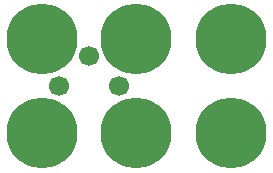
<source format=gtl>
%TF.GenerationSoftware,KiCad,Pcbnew,4.0.5-e0-6337~49~ubuntu16.04.1*%
%TF.CreationDate,2017-01-20T19:30:51-08:00*%
%TF.ProjectId,2x3-Mini-Potentiometer-3386P-TH,3278332D4D696E692D506F74656E7469,1.0*%
%TF.FileFunction,Copper,L1,Top,Signal*%
%FSLAX46Y46*%
G04 Gerber Fmt 4.6, Leading zero omitted, Abs format (unit mm)*
G04 Created by KiCad (PCBNEW 4.0.5-e0-6337~49~ubuntu16.04.1) date Fri Jan 20 19:30:51 2017*
%MOMM*%
%LPD*%
G01*
G04 APERTURE LIST*
%ADD10C,0.350000*%
%ADD11C,6.000000*%
%ADD12C,1.700000*%
%ADD13C,0.350000*%
G04 APERTURE END LIST*
D10*
D11*
X153460720Y-98916760D03*
X145460720Y-90916760D03*
X153460720Y-90916760D03*
X145460720Y-98916760D03*
X161460720Y-98916760D03*
X161460720Y-90916760D03*
D12*
X146920720Y-94916760D03*
X149460720Y-92389040D03*
X152000720Y-94916760D03*
D13*
X153460720Y-98916760D03*
X145460720Y-90916760D03*
X153460720Y-90916760D03*
X145460720Y-98916760D03*
X161460720Y-98916760D03*
X161460720Y-90916760D03*
X146920720Y-94916760D03*
X149460720Y-92389040D03*
X152000720Y-94916760D03*
M02*

</source>
